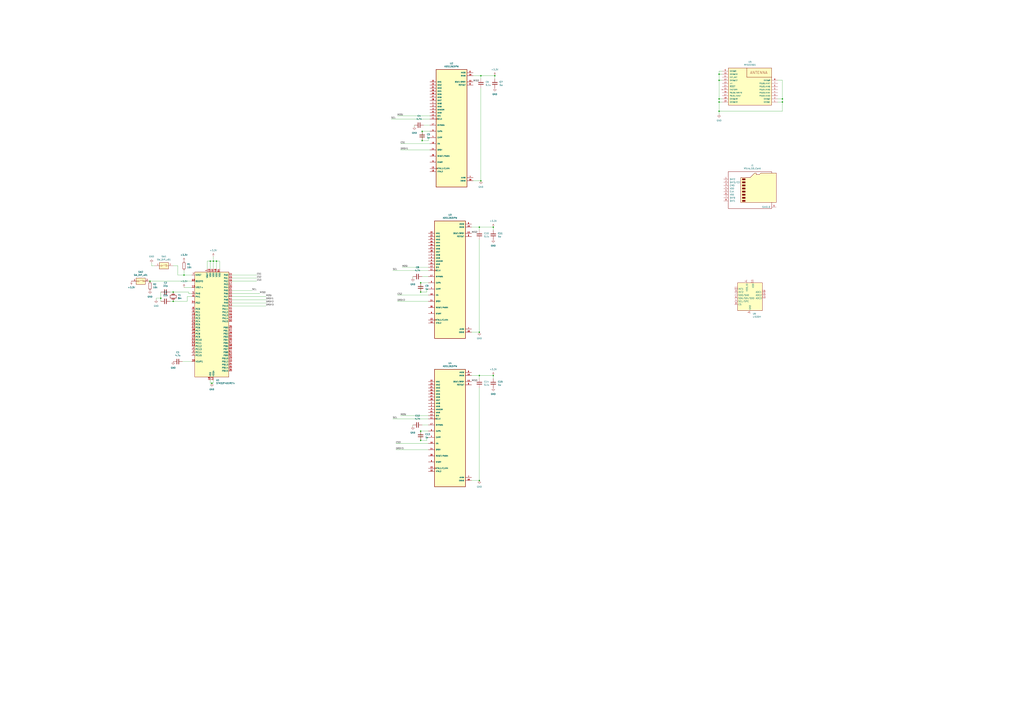
<source format=kicad_sch>
(kicad_sch (version 20231120) (generator "eeschema") (generator_version "8.0")
  (paper "A1")
  (lib_symbols
    (symbol "ADS1263IPW:ADS1263IPW" (pin_names (offset 1.016))
      (property "Reference" "U" (at -12.7 49.26 0))
      (property "Value" "ADS1263IPW" (at -12.7 -52.26 0))
      (symbol "ADS1263IPW_0_0"
        (rectangle (start -12.7 -48.26) (end 12.7 48.26) (stroke (width 0.41)) (fill (type background)))
        (pin input line (at -17.78 20.32 0) (length 5.08) (name "AIN8") (number "1"))
        (pin bidirectional line (at -17.78 -12.7 0) (length 5.08) (name "CS") (number "10"))
        (pin input clock (at -17.78 7.62 0) (length 5.08) (name "SCLK") (number "11"))
        (pin input line (at -17.78 10.16 0) (length 5.08) (name "DIN") (number "12"))
        (pin output line (at 17.78 38.1 180) (length 5.08) (name "DOUT/DRDY") (number "13"))
        (pin bidirectional line (at -17.78 -17.78 0) (length 5.08) (name "DRDY") (number "14"))
        (pin bidirectional clock (at -17.78 -33.02 0) (length 5.08) (name "XTAL1/CLKIN") (number "15"))
        (pin bidirectional line (at -17.78 -35.56 0) (length 5.08) (name "XTAL2") (number "16"))
        (pin bidirectional line (at -17.78 2.54 0) (length 5.08) (name "BYPASS") (number "17"))
        (pin power_in line (at 17.78 -43.18 180) (length 5.08) (name "DGND") (number "18"))
        (pin power_in line (at 17.78 43.18 180) (length 5.08) (name "DVDD") (number "19"))
        (pin input line (at -17.78 17.78 0) (length 5.08) (name "AIN9") (number "2"))
        (pin bidirectional line (at -17.78 -22.86 0) (length 5.08) (name "RESET/PWDN") (number "20"))
        (pin input line (at -17.78 12.7 0) (length 5.08) (name "AINO") (number "21"))
        (pin input line (at -17.78 38.1 0) (length 5.08) (name "AIN1") (number "22"))
        (pin input line (at -17.78 35.56 0) (length 5.08) (name "AIN2") (number "23"))
        (pin input line (at -17.78 33.02 0) (length 5.08) (name "AIN3") (number "24"))
        (pin input line (at -17.78 30.48 0) (length 5.08) (name "AIN4") (number "25"))
        (pin input line (at -17.78 27.94 0) (length 5.08) (name "AIN5") (number "26"))
        (pin input line (at -17.78 25.4 0) (length 5.08) (name "AIN6") (number "27"))
        (pin input line (at -17.78 22.86 0) (length 5.08) (name "AIN7") (number "28"))
        (pin input line (at -17.78 15.24 0) (length 5.08) (name "AINCOM") (number "3"))
        (pin bidirectional line (at -17.78 -7.62 0) (length 5.08) (name "CAPP") (number "4"))
        (pin bidirectional line (at -17.78 -2.54 0) (length 5.08) (name "CAPN") (number "5"))
        (pin power_in line (at 17.78 45.72 180) (length 5.08) (name "AVDD") (number "6"))
        (pin power_in line (at 17.78 -40.64 180) (length 5.08) (name "AVSS") (number "7"))
        (pin output line (at 17.78 35.56 180) (length 5.08) (name "REFOUT") (number "8"))
        (pin bidirectional line (at -17.78 -27.94 0) (length 5.08) (name "START") (number "9"))
      )
    )
    (symbol "Connector:Micro_SD_Card" (pin_names (offset 1.016))
      (property "Reference" "J" (at -16.51 15.24 0))
      (property "Value" "Micro_SD_Card" (at 16.51 15.24 0))
      (symbol "Micro_SD_Card_0_1"
        (rectangle (start -7.62 -9.525) (end -5.08 -10.795) (fill (type outline)))
        (rectangle (start -7.62 -6.985) (end -5.08 -8.255) (fill (type outline)))
        (rectangle (start -7.62 -4.445) (end -5.08 -5.715) (fill (type outline)))
        (rectangle (start -7.62 -1.905) (end -5.08 -3.175) (fill (type outline)))
        (rectangle (start -7.62 0.635) (end -5.08 -0.635) (fill (type outline)))
        (rectangle (start -7.62 3.175) (end -5.08 1.905) (fill (type outline)))
        (rectangle (start -7.62 5.715) (end -5.08 4.445) (fill (type outline)))
        (rectangle (start -7.62 8.255) (end -5.08 6.985) (fill (type outline)))
        (polyline (pts (xy 16.51 12.7) (xy 16.51 13.97) (xy -19.05 13.97) (xy -19.05 -16.51) (xy 16.51 -16.51) (xy 16.51 -11.43)) (stroke (width 0.254)))
        (polyline (pts (xy -8.89 -11.43) (xy -8.89 8.89) (xy -1.27 8.89) (xy 2.54 12.7) (xy 3.81 12.7) (xy 3.81 11.43) (xy 6.35 11.43) (xy 7.62 12.7) (xy 20.32 12.7) (xy 20.32 -11.43) (xy -8.89 -11.43)) (stroke (width 0.254)) (fill (type background)))
      )
      (symbol "Micro_SD_Card_1_1"
        (pin bidirectional line (at -22.86 7.62 0) (length 3.81) (name "DAT2") (number "1"))
        (pin bidirectional line (at -22.86 5.08 0) (length 3.81) (name "DAT3/CD") (number "2"))
        (pin input line (at -22.86 2.54 0) (length 3.81) (name "CMD") (number "3"))
        (pin power_in line (at -22.86 0 0) (length 3.81) (name "VDD") (number "4"))
        (pin input line (at -22.86 -2.54 0) (length 3.81) (name "CLK") (number "5"))
        (pin power_in line (at -22.86 -5.08 0) (length 3.81) (name "VSS") (number "6"))
        (pin bidirectional line (at -22.86 -7.62 0) (length 3.81) (name "DAT0") (number "7"))
        (pin bidirectional line (at -22.86 -10.16 0) (length 3.81) (name "DAT1") (number "8"))
        (pin passive line (at 20.32 -15.24 180) (length 3.81) (name "SHIELD") (number "9"))
      )
    )
    (symbol "Device:C" (pin_numbers hide) (pin_names (offset 0.254))
      (property "Reference" "C" (at 0.635 2.54 0))
      (property "Value" "C" (at 0.635 -2.54 0))
      (symbol "C_0_1"
        (polyline (pts (xy -2.032 -0.762) (xy 2.032 -0.762)) (stroke (width 0.508)))
        (polyline (pts (xy -2.032 0.762) (xy 2.032 0.762)) (stroke (width 0.508)))
      )
      (symbol "C_1_1"
        (pin passive line (at 0 3.81 270) (length 2.794) (name "~") (number "1"))
        (pin passive line (at 0 -3.81 90) (length 2.794) (name "~") (number "2"))
      )
    )
    (symbol "Device:Crystal" (pin_numbers hide) (pin_names (offset 1.016) hide)
      (property "Reference" "Y" (at 0 3.81 0))
      (property "Value" "Crystal" (at 0 -3.81 0))
      (symbol "Crystal_0_1"
        (rectangle (start -1.143 2.54) (end 1.143 -2.54) (stroke (width 0.3048)))
        (polyline (pts (xy -2.54 0) (xy -1.905 0)))
        (polyline (pts (xy -1.905 -1.27) (xy -1.905 1.27)) (stroke (width 0.508)))
        (polyline (pts (xy 1.905 -1.27) (xy 1.905 1.27)) (stroke (width 0.508)))
        (polyline (pts (xy 2.54 0) (xy 1.905 0)))
      )
      (symbol "Crystal_1_1"
        (pin passive line (at -3.81 0 0) (length 1.27) (name "1") (number "1"))
        (pin passive line (at 3.81 0 180) (length 1.27) (name "2") (number "2"))
      )
    )
    (symbol "Device:R" (pin_numbers hide) (pin_names (offset 0))
      (property "Reference" "R" (at 2.032 0 90))
      (property "Value" "R" (at 0 0 90))
      (symbol "R_0_1"
        (rectangle (start -1.016 -2.54) (end 1.016 2.54) (stroke (width 0.254)))
      )
      (symbol "R_1_1"
        (pin passive line (at 0 3.81 270) (length 1.27) (name "~") (number "1"))
        (pin passive line (at 0 -3.81 90) (length 1.27) (name "~") (number "2"))
      )
    )
    (symbol "MCU_ST_STM32F4:STM32F401RETx"
      (property "Reference" "U" (at -12.7 44.45 0))
      (property "Value" "STM32F401RETx" (at 10.16 44.45 0))
      (symbol "STM32F401RETx_0_1"
        (rectangle (start -12.7 -43.18) (end 15.24 43.18) (stroke (width 0.254)) (fill (type background)))
      )
      (symbol "STM32F401RETx_1_1"
        (pin power_in line (at -2.54 45.72 270) (length 2.54) (name "VBAT") (number "1"))
        (pin bidirectional line (at -15.24 7.62 0) (length 2.54) (name "PC2") (number "10"))
        (pin bidirectional line (at -15.24 5.08 0) (length 2.54) (name "PC3") (number "11"))
        (pin power_in line (at 2.54 -45.72 90) (length 2.54) (name "VSSA") (number "12"))
        (pin input line (at -15.24 30.48 0) (length 2.54) (name "VREF+") (number "13"))
        (pin bidirectional line (at 17.78 40.64 180) (length 2.54) (name "PA0") (number "14"))
        (pin bidirectional line (at 17.78 38.1 180) (length 2.54) (name "PA1") (number "15"))
        (pin bidirectional line (at 17.78 35.56 180) (length 2.54) (name "PA2") (number "16"))
        (pin bidirectional line (at 17.78 33.02 180) (length 2.54) (name "PA3") (number "17"))
        (pin power_in line (at 0 -45.72 90) (length 2.54) (name "VSS") (number "18"))
        (pin power_in line (at 0 45.72 270) (length 2.54) (name "VDD") (number "19"))
        (pin bidirectional line (at -15.24 -20.32 0) (length 2.54) (name "PC13") (number "2"))
        (pin bidirectional line (at 17.78 30.48 180) (length 2.54) (name "PA4") (number "20"))
        (pin bidirectional line (at 17.78 27.94 180) (length 2.54) (name "PA5") (number "21"))
        (pin bidirectional line (at 17.78 25.4 180) (length 2.54) (name "PA6") (number "22"))
        (pin bidirectional line (at 17.78 22.86 180) (length 2.54) (name "PA7") (number "23"))
        (pin bidirectional line (at -15.24 2.54 0) (length 2.54) (name "PC4") (number "24"))
        (pin bidirectional line (at -15.24 0 0) (length 2.54) (name "PC5") (number "25"))
        (pin bidirectional line (at 17.78 -2.54 180) (length 2.54) (name "PB0") (number "26"))
        (pin bidirectional line (at 17.78 -5.08 180) (length 2.54) (name "PB1") (number "27"))
        (pin bidirectional line (at 17.78 -7.62 180) (length 2.54) (name "PB2") (number "28"))
        (pin bidirectional line (at 17.78 -27.94 180) (length 2.54) (name "PB10") (number "29"))
        (pin bidirectional line (at -15.24 -22.86 0) (length 2.54) (name "PC14") (number "3"))
        (pin power_out line (at -15.24 -30.48 0) (length 2.54) (name "VCAP1") (number "30"))
        (pin passive line (at 0 -45.72 90) (length 2.54) hide (name "VSS") (number "31"))
        (pin power_in line (at 2.54 45.72 270) (length 2.54) (name "VDD") (number "32"))
        (pin bidirectional line (at 17.78 -30.48 180) (length 2.54) (name "PB12") (number "33"))
        (pin bidirectional line (at 17.78 -33.02 180) (length 2.54) (name "PB13") (number "34"))
        (pin bidirectional line (at 17.78 -35.56 180) (length 2.54) (name "PB14") (number "35"))
        (pin bidirectional line (at 17.78 -38.1 180) (length 2.54) (name "PB15") (number "36"))
        (pin bidirectional line (at -15.24 -2.54 0) (length 2.54) (name "PC6") (number "37"))
        (pin bidirectional line (at -15.24 -5.08 0) (length 2.54) (name "PC7") (number "38"))
        (pin bidirectional line (at -15.24 -7.62 0) (length 2.54) (name "PC8") (number "39"))
        (pin bidirectional line (at -15.24 -25.4 0) (length 2.54) (name "PC15") (number "4"))
        (pin bidirectional line (at -15.24 -10.16 0) (length 2.54) (name "PC9") (number "40"))
        (pin bidirectional line (at 17.78 20.32 180) (length 2.54) (name "PA8") (number "41"))
        (pin bidirectional line (at 17.78 17.78 180) (length 2.54) (name "PA9") (number "42"))
        (pin bidirectional line (at 17.78 15.24 180) (length 2.54) (name "PA10") (number "43"))
        (pin bidirectional line (at 17.78 12.7 180) (length 2.54) (name "PA11") (number "44"))
        (pin bidirectional line (at 17.78 10.16 180) (length 2.54) (name "PA12") (number "45"))
        (pin bidirectional line (at 17.78 7.62 180) (length 2.54) (name "PA13") (number "46"))
        (pin passive line (at 0 -45.72 90) (length 2.54) hide (name "VSS") (number "47"))
        (pin power_in line (at 5.08 45.72 270) (length 2.54) (name "VDD") (number "48"))
        (pin bidirectional line (at 17.78 5.08 180) (length 2.54) (name "PA14") (number "49"))
        (pin bidirectional line (at -15.24 25.4 0) (length 2.54) (name "PH0") (number "5"))
        (pin bidirectional line (at 17.78 2.54 180) (length 2.54) (name "PA15") (number "50"))
        (pin bidirectional line (at -15.24 -12.7 0) (length 2.54) (name "PC10") (number "51"))
        (pin bidirectional line (at -15.24 -15.24 0) (length 2.54) (name "PC11") (number "52"))
        (pin bidirectional line (at -15.24 -17.78 0) (length 2.54) (name "PC12") (number "53"))
        (pin bidirectional line (at -15.24 17.78 0) (length 2.54) (name "PD2") (number "54"))
        (pin bidirectional line (at 17.78 -10.16 180) (length 2.54) (name "PB3") (number "55"))
        (pin bidirectional line (at 17.78 -12.7 180) (length 2.54) (name "PB4") (number "56"))
        (pin bidirectional line (at 17.78 -15.24 180) (length 2.54) (name "PB5") (number "57"))
        (pin bidirectional line (at 17.78 -17.78 180) (length 2.54) (name "PB6") (number "58"))
        (pin bidirectional line (at 17.78 -20.32 180) (length 2.54) (name "PB7") (number "59"))
        (pin bidirectional line (at -15.24 22.86 0) (length 2.54) (name "PH1") (number "6"))
        (pin input line (at -15.24 35.56 0) (length 2.54) (name "BOOT0") (number "60"))
        (pin bidirectional line (at 17.78 -22.86 180) (length 2.54) (name "PB8") (number "61"))
        (pin bidirectional line (at 17.78 -25.4 180) (length 2.54) (name "PB9") (number "62"))
        (pin passive line (at 0 -45.72 90) (length 2.54) hide (name "VSS") (number "63"))
        (pin power_in line (at 7.62 45.72 270) (length 2.54) (name "VDD") (number "64"))
        (pin input line (at -15.24 40.64 0) (length 2.54) (name "NRST") (number "7"))
        (pin bidirectional line (at -15.24 12.7 0) (length 2.54) (name "PC0") (number "8"))
        (pin bidirectional line (at -15.24 10.16 0) (length 2.54) (name "PC1") (number "9"))
      )
    )
    (symbol "RFD22301:RFD22301" (pin_names (offset 1.016))
      (property "Reference" "U" (at -17.7836 19.0539 0))
      (property "Value" "RFD22301" (at 10.1776 19.083 0))
      (symbol "RFD22301_0_0"
        (rectangle (start -17.78 -12.7) (end 17.78 17.78) (stroke (width 0.254)) (fill (type background)))
        (polyline (pts (xy -2.54 10.16) (xy 17.78 10.16)) (stroke (width 0.254)))
        (polyline (pts (xy -2.54 17.78) (xy -2.54 10.16)) (stroke (width 0.254)))
        (text "ANTENNA" (at 0 12.7199 0) (effects (font (size 2.1878 2.1878)) (justify left bottom)))
        (pin power_in line (at 22.86 -10.16 180) (length 5.08) (name "GND@1") (number "1"))
        (pin power_in line (at -22.86 12.7 0) (length 5.08) (name "GND@10") (number "10"))
        (pin passive line (at -22.86 10.16 0) (length 5.08) (name "EXT_ANT") (number "11"))
        (pin power_in line (at -22.86 7.62 0) (length 5.08) (name "GND@12") (number "12"))
        (pin power_in line (at -22.86 5.08 0) (length 5.08) (name "+V") (number "13"))
        (pin input line (at -22.86 2.54 0) (length 5.08) (name "~{RESET}") (number "14"))
        (pin no_connect line (at -22.86 0 0) (length 5.08) (name "FACTORY") (number "15"))
        (pin bidirectional line (at -22.86 -2.54 0) (length 5.08) (name "P0.00/AREF0") (number "16"))
        (pin bidirectional line (at -22.86 -5.08 0) (length 5.08) (name "P0.01/AIN2") (number "17"))
        (pin power_in line (at -22.86 -7.62 0) (length 5.08) (name "GND@18") (number "18"))
        (pin power_in line (at -22.86 -10.16 0) (length 5.08) (name "GND@19") (number "19"))
        (pin power_in line (at 22.86 -7.62 180) (length 5.08) (name "GND@2") (number "2"))
        (pin bidirectional line (at 22.86 -5.08 180) (length 5.08) (name "P0.02/AIN3") (number "3"))
        (pin bidirectional line (at 22.86 -2.54 180) (length 5.08) (name "P0.03/AIN4") (number "4"))
        (pin bidirectional line (at 22.86 0 180) (length 5.08) (name "P0.04/AIN5") (number "5"))
        (pin bidirectional line (at 22.86 2.54 180) (length 5.08) (name "P0.05/AIN6") (number "6"))
        (pin bidirectional line (at 22.86 5.08 180) (length 5.08) (name "P0.06/AIN7") (number "7"))
        (pin power_in line (at 22.86 7.62 180) (length 5.08) (name "GND@8") (number "8"))
        (pin power_in line (at -22.86 15.24 0) (length 5.08) (name "GND@9") (number "9"))
      )
    )
    (symbol "Sensor_Motion:LIS3DH"
      (property "Reference" "U" (at -7.62 11.43 0))
      (property "Value" "LIS3DH" (at 6.35 11.43 0))
      (symbol "LIS3DH_0_1"
        (rectangle (start -10.16 10.16) (end 10.16 -12.7) (stroke (width 0.254)) (fill (type background)))
      )
      (symbol "LIS3DH_1_1"
        (pin power_in line (at -2.54 12.7 270) (length 2.54) (name "VDD_IO") (number "1"))
        (pin passive line (at 0 -15.24 90) (length 2.54) hide (name "GND") (number "10"))
        (pin output line (at -12.7 5.08 0) (length 2.54) (name "INT1") (number "11"))
        (pin passive line (at 0 -15.24 90) (length 2.54) hide (name "GND") (number "12"))
        (pin input line (at 12.7 -2.54 180) (length 2.54) (name "ADC3") (number "13"))
        (pin power_in line (at 2.54 12.7 270) (length 2.54) (name "VDD") (number "14"))
        (pin input line (at 12.7 0 180) (length 2.54) (name "ADC2") (number "15"))
        (pin input line (at 12.7 2.54 180) (length 2.54) (name "ADC1") (number "16"))
        (pin no_connect line (at 10.16 5.08 180) (length 2.54) hide (name "NC") (number "2"))
        (pin no_connect line (at 10.16 7.62 180) (length 2.54) hide (name "NC") (number "3"))
        (pin input line (at -12.7 -5.08 0) (length 2.54) (name "SCL/SPC") (number "4"))
        (pin power_in line (at 0 -15.24 90) (length 2.54) (name "GND") (number "5"))
        (pin bidirectional line (at -12.7 -2.54 0) (length 2.54) (name "SDA/SDI/SDO") (number "6"))
        (pin bidirectional line (at -12.7 0 0) (length 2.54) (name "SDO/SA0") (number "7"))
        (pin input line (at -12.7 -7.62 0) (length 2.54) (name "CS") (number "8"))
        (pin output line (at -12.7 2.54 0) (length 2.54) (name "INT2") (number "9"))
      )
    )
    (symbol "Switch:SW_DIP_x01" (pin_names (offset 0) hide)
      (property "Reference" "SW" (at 0 3.81 0))
      (property "Value" "SW_DIP_x01" (at 0 -3.81 0))
      (symbol "SW_DIP_x01_0_0"
        (circle (center -2.032 0) (radius 0.508))
        (polyline (pts (xy -1.524 0.127) (xy 2.3622 1.1684)))
        (circle (center 2.032 0) (radius 0.508))
      )
      (symbol "SW_DIP_x01_0_1"
        (rectangle (start -3.81 2.54) (end 3.81 -2.54) (stroke (width 0.254)) (fill (type background)))
      )
      (symbol "SW_DIP_x01_1_1"
        (pin passive line (at -7.62 0 0) (length 5.08) (name "~") (number "1"))
        (pin passive line (at 7.62 0 180) (length 5.08) (name "~") (number "2"))
      )
    )
    (symbol "power:+3.3V" (power) (pin_numbers hide) (pin_names (offset 0) hide)
      (property "Value" "+3.3V" (at 0 3.556 0))
      (symbol "+3.3V_0_1"
        (polyline (pts (xy -0.762 1.27) (xy 0 2.54)))
        (polyline (pts (xy 0 0) (xy 0 2.54)))
        (polyline (pts (xy 0 2.54) (xy 0.762 1.27)))
      )
      (symbol "+3.3V_1_1"
        (pin power_in line (at 0 0 90) (length 0) (name "~") (number "1"))
      )
    )
    (symbol "power:GND" (power) (pin_numbers hide) (pin_names (offset 0) hide)
      (property "Value" "GND" (at 0 -3.81 0))
      (symbol "GND_0_1"
        (polyline (pts (xy 0 0) (xy 0 -1.27) (xy 1.27 -1.27) (xy 0 -2.54) (xy -1.27 -1.27) (xy 0 -1.27)))
      )
      (symbol "GND_1_1"
        (pin power_in line (at 0 0 270) (length 0) (name "~") (number "1"))
      )
    )
  )
  (junction (at 151.13 226.06))
  (junction (at 345.44 354.33))
  (junction (at 142.24 247.65))
  (junction (at 590.55 91.44))
  (junction (at 173.99 314.96))
  (junction (at 393.7 186.69))
  (junction (at 393.7 308.61))
  (junction (at 123.19 231.14))
  (junction (at 642.62 83.82))
  (junction (at 345.44 232.41))
  (junction (at 590.55 66.04))
  (junction (at 590.55 83.82))
  (junction (at 642.62 81.28))
  (junction (at 590.55 60.96))
  (junction (at 394.97 148.59))
  (junction (at 405.13 308.61))
  (junction (at 142.24 240.03))
  (junction (at 406.4 62.23))
  (junction (at 393.7 394.97))
  (junction (at 393.7 273.05))
  (junction (at 175.26 214.63))
  (junction (at 132.08 245.11))
  (junction (at 177.8 214.63))
  (junction (at 346.71 115.57))
  (junction (at 405.13 186.69))
  (junction (at 590.55 81.28))
  (junction (at 345.44 240.03))
  (junction (at 172.72 214.63))
  (junction (at 346.71 107.95))
  (junction (at 345.44 361.95))
  (junction (at 394.97 62.23))
  (wire (pts (xy 345.44 354.33) (xy 351.79 354.33)))
  (wire (pts (xy 346.71 107.95) (xy 346.71 115.57)))
  (wire (pts (xy 394.97 148.59) (xy 388.62 148.59)))
  (wire (pts (xy 132.08 245.11) (xy 132.08 247.65)))
  (wire (pts (xy 190.5 231.14) (xy 210.82 231.14)))
  (wire (pts (xy 394.97 72.39) (xy 394.97 148.59)))
  (wire (pts (xy 638.81 81.28) (xy 642.62 81.28)))
  (wire (pts (xy 172.72 214.63) (xy 175.26 214.63)))
  (wire (pts (xy 351.79 113.03) (xy 353.06 113.03)))
  (wire (pts (xy 394.97 62.23) (xy 406.4 62.23)))
  (wire (pts (xy 590.55 66.04) (xy 593.09 66.04)))
  (wire (pts (xy 590.55 81.28) (xy 590.55 83.82)))
  (wire (pts (xy 190.5 226.06) (xy 210.82 226.06)))
  (wire (pts (xy 393.7 273.05) (xy 387.35 273.05)))
  (wire (pts (xy 172.72 314.96) (xy 173.99 314.96)))
  (wire (pts (xy 172.72 214.63) (xy 172.72 220.98)))
  (wire (pts (xy 590.55 91.44) (xy 642.62 91.44)))
  (wire (pts (xy 127 218.44) (xy 124.46 218.44)))
  (wire (pts (xy 590.55 66.04) (xy 590.55 81.28)))
  (wire (pts (xy 339.09 349.25) (xy 339.09 350.52)))
  (wire (pts (xy 173.99 314.96) (xy 175.26 314.96)))
  (wire (pts (xy 393.7 196.85) (xy 393.7 273.05)))
  (wire (pts (xy 151.13 236.22) (xy 157.48 236.22)))
  (wire (pts (xy 124.46 215.9) (xy 124.46 218.44)))
  (wire (pts (xy 190.5 238.76) (xy 207.01 238.76)))
  (wire (pts (xy 132.08 240.03) (xy 132.08 245.11)))
  (wire (pts (xy 175.26 214.63) (xy 177.8 214.63)))
  (wire (pts (xy 177.8 214.63) (xy 177.8 220.98)))
  (wire (pts (xy 321.31 97.79) (xy 353.06 97.79)))
  (wire (pts (xy 638.81 83.82) (xy 642.62 83.82)))
  (wire (pts (xy 153.67 247.65) (xy 153.67 243.84)))
  (wire (pts (xy 350.52 359.41) (xy 351.79 359.41)))
  (wire (pts (xy 330.2 219.71) (xy 351.79 219.71)))
  (wire (pts (xy 175.26 210.82) (xy 175.26 214.63)))
  (wire (pts (xy 142.24 240.03) (xy 154.94 240.03)))
  (wire (pts (xy 393.7 186.69) (xy 393.7 189.23)))
  (wire (pts (xy 154.94 240.03) (xy 154.94 241.3)))
  (wire (pts (xy 172.72 312.42) (xy 172.72 314.96)))
  (wire (pts (xy 345.44 232.41) (xy 345.44 240.03)))
  (wire (pts (xy 326.39 95.25) (xy 353.06 95.25)))
  (wire (pts (xy 590.55 91.44) (xy 590.55 93.98)))
  (wire (pts (xy 590.55 58.42) (xy 590.55 60.96)))
  (wire (pts (xy 346.71 107.95) (xy 353.06 107.95)))
  (wire (pts (xy 170.18 220.98) (xy 170.18 214.63)))
  (wire (pts (xy 157.48 226.06) (xy 151.13 226.06)))
  (wire (pts (xy 325.12 364.49) (xy 351.79 364.49)))
  (wire (pts (xy 345.44 240.03) (xy 350.52 240.03)))
  (wire (pts (xy 170.18 214.63) (xy 172.72 214.63)))
  (wire (pts (xy 128.27 245.11) (xy 128.27 246.38)))
  (wire (pts (xy 393.7 394.97) (xy 387.35 394.97)))
  (wire (pts (xy 642.62 83.82) (xy 642.62 91.44)))
  (wire (pts (xy 351.79 115.57) (xy 351.79 113.03)))
  (wire (pts (xy 326.39 247.65) (xy 351.79 247.65)))
  (wire (pts (xy 393.7 318.77) (xy 393.7 394.97)))
  (wire (pts (xy 345.44 354.33) (xy 345.44 361.95)))
  (wire (pts (xy 190.5 246.38) (xy 218.44 246.38)))
  (wire (pts (xy 180.34 214.63) (xy 180.34 220.98)))
  (wire (pts (xy 190.5 243.84) (xy 218.44 243.84)))
  (wire (pts (xy 146.05 226.06) (xy 151.13 226.06)))
  (wire (pts (xy 590.55 60.96) (xy 590.55 66.04)))
  (wire (pts (xy 123.19 231.14) (xy 157.48 231.14)))
  (wire (pts (xy 642.62 81.28) (xy 642.62 83.82)))
  (wire (pts (xy 387.35 308.61) (xy 393.7 308.61)))
  (wire (pts (xy 328.93 341.63) (xy 351.79 341.63)))
  (wire (pts (xy 153.67 243.84) (xy 157.48 243.84)))
  (wire (pts (xy 340.36 102.87) (xy 340.36 104.14)))
  (wire (pts (xy 190.5 241.3) (xy 213.36 241.3)))
  (wire (pts (xy 142.24 218.44) (xy 146.05 218.44)))
  (wire (pts (xy 405.13 311.15) (xy 405.13 308.61)))
  (wire (pts (xy 590.55 83.82) (xy 593.09 83.82)))
  (wire (pts (xy 345.44 361.95) (xy 350.52 361.95)))
  (wire (pts (xy 406.4 64.77) (xy 406.4 62.23)))
  (wire (pts (xy 139.7 247.65) (xy 142.24 247.65)))
  (wire (pts (xy 350.52 361.95) (xy 350.52 359.41)))
  (wire (pts (xy 139.7 240.03) (xy 142.24 240.03)))
  (wire (pts (xy 146.05 218.44) (xy 146.05 226.06)))
  (wire (pts (xy 388.62 62.23) (xy 394.97 62.23)))
  (wire (pts (xy 590.55 58.42) (xy 593.09 58.42)))
  (wire (pts (xy 142.24 247.65) (xy 153.67 247.65)))
  (wire (pts (xy 345.44 232.41) (xy 351.79 232.41)))
  (wire (pts (xy 339.09 227.33) (xy 339.09 228.6)))
  (wire (pts (xy 638.81 66.04) (xy 642.62 66.04)))
  (wire (pts (xy 154.94 241.3) (xy 157.48 241.3)))
  (wire (pts (xy 190.5 228.6) (xy 210.82 228.6)))
  (wire (pts (xy 393.7 308.61) (xy 393.7 311.15)))
  (wire (pts (xy 322.58 344.17) (xy 351.79 344.17)))
  (wire (pts (xy 175.26 214.63) (xy 175.26 220.98)))
  (wire (pts (xy 346.71 115.57) (xy 351.79 115.57)))
  (wire (pts (xy 325.12 369.57) (xy 351.79 369.57)))
  (wire (pts (xy 177.8 214.63) (xy 180.34 214.63)))
  (wire (pts (xy 387.35 186.69) (xy 393.7 186.69)))
  (wire (pts (xy 149.86 297.18) (xy 157.48 297.18)))
  (wire (pts (xy 322.58 222.25) (xy 351.79 222.25)))
  (wire (pts (xy 393.7 186.69) (xy 405.13 186.69)))
  (wire (pts (xy 151.13 222.25) (xy 151.13 226.06)))
  (wire (pts (xy 347.98 102.87) (xy 353.06 102.87)))
  (wire (pts (xy 175.26 312.42) (xy 175.26 314.96)))
  (wire (pts (xy 328.93 118.11) (xy 353.06 118.11)))
  (wire (pts (xy 346.71 349.25) (xy 351.79 349.25)))
  (wire (pts (xy 326.39 242.57) (xy 351.79 242.57)))
  (wire (pts (xy 350.52 237.49) (xy 351.79 237.49)))
  (wire (pts (xy 190.5 251.46) (xy 218.44 251.46)))
  (wire (pts (xy 190.5 248.92) (xy 218.44 248.92)))
  (wire (pts (xy 590.55 60.96) (xy 593.09 60.96)))
  (wire (pts (xy 393.7 308.61) (xy 405.13 308.61)))
  (wire (pts (xy 405.13 189.23) (xy 405.13 186.69)))
  (wire (pts (xy 642.62 66.04) (xy 642.62 81.28)))
  (wire (pts (xy 394.97 62.23) (xy 394.97 64.77)))
  (wire (pts (xy 590.55 81.28) (xy 593.09 81.28)))
  (wire (pts (xy 328.93 123.19) (xy 353.06 123.19)))
  (wire (pts (xy 346.71 227.33) (xy 351.79 227.33)))
  (wire (pts (xy 350.52 240.03) (xy 350.52 237.49)))
  (wire (pts (xy 132.08 245.11) (xy 128.27 245.11)))
  (wire (pts (xy 590.55 83.82) (xy 590.55 91.44)))
  (label "DRDY1" (at 218.44 246.38 0))
  (label "SCL" (at 321.31 97.79 0))
  (label "MOSI" (at 330.2 219.71 0))
  (label "MOSI" (at 218.44 243.84 0))
  (label "CS3" (at 325.12 364.49 0))
  (label "DRDY2" (at 218.44 248.92 0))
  (label "CS3" (at 210.82 231.14 0))
  (label "CS1" (at 328.93 118.11 0))
  (label "SCL" (at 322.58 344.17 0))
  (label "CS2" (at 326.39 242.57 0))
  (label "MISO" (at 387.35 191.77 0))
  (label "SCL" (at 207.01 238.76 0))
  (label "MISO" (at 213.36 241.3 0))
  (label "MOSI" (at 328.93 341.63 0))
  (label "MOSI" (at 326.39 95.25 0))
  (label "CS1" (at 210.82 226.06 0))
  (label "DRDY1" (at 328.93 123.19 0))
  (label "SCL" (at 322.58 222.25 0))
  (label "MISO" (at 388.62 67.31 0))
  (label "DRDY3" (at 325.12 369.57 0))
  (label "CS2" (at 210.82 228.6 0))
  (label "DRDY2" (at 326.39 247.65 0))
  (label "MISO" (at 387.35 313.69 0))
  (label "DRDY3" (at 218.44 251.46 0))
  (symbol (lib_id "Switch:SW_DIP_x01") (at 115.57 231.14 0) (unit 1)
    (property "Reference" "SW2" (at 115.57 223.52 0))
    (property "Value" "SW_DIP_x01" (at 115.57 226.06 0))
    (property "Description" "1x DIP Switch, Single Pole Single Throw (SPST) switch, small symbol" (effects (hide yes)))
  )
  (symbol (lib_id "Device:C") (at 135.89 240.03 90) (unit 1)
    (property "Reference" "C2" (at 135.89 232.41 90))
    (property "Value" "22p" (at 135.89 234.95 90))
    (property "Description" "Unpolarized capacitor" (effects (hide yes)))
  )
  (symbol (lib_id "ADS1263IPW:ADS1263IPW") (at 369.57 229.87 0) (unit 1)
    (property "Reference" "U3" (at 369.57 176.53 0))
    (property "Value" "ADS1263IPW" (at 369.57 179.07 0))
    (property "Footprint" "ADS1263IPW:SOP65P640X120-28N" (effects (hide yes)))
    (property "MF" "Texas Instruments" (effects (hide yes)))
    (property "Description_1" "\n32-bit 38-kSPS 10-ch delta-sigma ADC with PGA, VREF and auxiliary ADC for factory automation\n" (effects (hide yes)))
    (property "Package" "TSSOP-28 Texas Instruments" (effects (hide yes)))
    (property "Price" "None" (effects (hide yes)))
    (property "SnapEDA_Link" "https://www.snapeda.com/parts/ADS1263IPW/Texas+Instruments/view-part/?ref=snap" (effects (hide yes)))
    (property "MP" "ADS1263IPW" (effects (hide yes)))
    (property "Purchase-URL" "https://www.snapeda.com/api/url_track_click_mouser/?unipart_id=513740&manufacturer=Texas Instruments&part_name=ADS1263IPW&search_term=None" (effects (hide yes)))
    (property "Availability" "In Stock" (effects (hide yes)))
    (property "Check_prices" "https://www.snapeda.com/parts/ADS1263IPW/Texas+Instruments/view-part/?ref=eda" (effects (hide yes)))
  )
  (symbol (lib_id "Device:C") (at 394.97 68.58 0) (unit 1)
    (property "Reference" "C6" (at 398.78 67.3099 0) (effects (justify left)))
    (property "Value" "0.1u" (at 398.78 69.8499 0) (effects (justify left)))
    (property "Description" "Unpolarized capacitor" (effects (hide yes)))
  )
  (symbol (lib_id "Device:C") (at 405.13 193.04 0) (unit 1)
    (property "Reference" "C11" (at 408.94 191.7699 0) (effects (justify left)))
    (property "Value" "1u" (at 408.94 194.3099 0) (effects (justify left)))
    (property "Description" "Unpolarized capacitor" (effects (hide yes)))
  )
  (symbol (lib_id "power:GND") (at 124.46 215.9 180) (unit 1)
    (property "Reference" "#PWR02" (effects (hide yes)))
    (property "Value" "GND" (at 124.46 210.82 0))
    (property "Description" "Power symbol creates a global label with name \"GND\" , ground" (effects (hide yes)))
  )
  (symbol (lib_id "Device:C") (at 393.7 314.96 0) (unit 1)
    (property "Reference" "C14" (at 397.51 313.6899 0) (effects (justify left)))
    (property "Value" "0.1u" (at 397.51 316.2299 0) (effects (justify left)))
    (property "Description" "Unpolarized capacitor" (effects (hide yes)))
  )
  (symbol (lib_id "power:+3.3V") (at 406.4 62.23 0) (unit 1)
    (property "Reference" "#PWR013" (effects (hide yes)))
    (property "Value" "+3.3V" (at 406.4 57.15 0))
    (property "Description" "Power symbol creates a global label with name \"+3.3V\"" (effects (hide yes)))
  )
  (symbol (lib_id "Device:C") (at 346.71 111.76 0) (unit 1)
    (property "Reference" "C5" (at 350.52 110.4899 0) (effects (justify left)))
    (property "Value" "1u" (at 350.52 113.0299 0) (effects (justify left)))
    (property "Description" "Unpolarized capacitor" (effects (hide yes)))
  )
  (symbol (lib_id "power:GND") (at 128.27 246.38 0) (unit 1)
    (property "Reference" "#PWR07" (effects (hide yes)))
    (property "Value" "GND" (at 128.27 251.46 0))
    (property "Description" "Power symbol creates a global label with name \"GND\" , ground" (effects (hide yes)))
  )
  (symbol (lib_id "Device:C") (at 342.9 227.33 90) (unit 1)
    (property "Reference" "C8" (at 342.9 219.71 90))
    (property "Value" "4.7n" (at 342.9 222.25 90))
    (property "Description" "Unpolarized capacitor" (effects (hide yes)))
  )
  (symbol (lib_id "power:GND") (at 393.7 273.05 0) (unit 1)
    (property "Reference" "#PWR015" (effects (hide yes)))
    (property "Value" "GND" (at 393.7 278.13 0))
    (property "Description" "Power symbol creates a global label with name \"GND\" , ground" (effects (hide yes)))
  )
  (symbol (lib_id "Device:C") (at 146.05 297.18 90) (unit 1)
    (property "Reference" "C1" (at 146.05 289.56 90))
    (property "Value" "4.7u" (at 146.05 292.1 90))
    (property "Description" "Unpolarized capacitor" (effects (hide yes)))
  )
  (symbol (lib_id "power:GND") (at 340.36 104.14 0) (unit 1)
    (property "Reference" "#PWR010" (effects (hide yes)))
    (property "Value" "GND" (at 340.36 109.22 0))
    (property "Description" "Power symbol creates a global label with name \"GND\" , ground" (effects (hide yes)))
  )
  (symbol (lib_id "power:GND") (at 339.09 350.52 0) (unit 1)
    (property "Reference" "#PWR018" (effects (hide yes)))
    (property "Value" "GND" (at 339.09 355.6 0))
    (property "Description" "Power symbol creates a global label with name \"GND\" , ground" (effects (hide yes)))
  )
  (symbol (lib_id "power:GND") (at 142.24 297.18 0) (unit 1)
    (property "Reference" "#PWR05" (effects (hide yes)))
    (property "Value" "GND" (at 142.24 302.26 0))
    (property "Description" "Power symbol creates a global label with name \"GND\" , ground" (effects (hide yes)))
  )
  (symbol (lib_id "power:+3.3V") (at 151.13 236.22 0) (unit 1)
    (property "Reference" "#PWR06" (effects (hide yes)))
    (property "Value" "+3.3V" (at 151.13 231.14 0))
    (property "Description" "Power symbol creates a global label with name \"+3.3V\"" (effects (hide yes)))
  )
  (symbol (lib_id "Device:C") (at 406.4 68.58 0) (unit 1)
    (property "Reference" "C7" (at 410.21 67.3099 0) (effects (justify left)))
    (property "Value" "1u" (at 410.21 69.8499 0) (effects (justify left)))
    (property "Description" "Unpolarized capacitor" (effects (hide yes)))
  )
  (symbol (lib_id "power:GND") (at 393.7 394.97 0) (unit 1)
    (property "Reference" "#PWR019" (effects (hide yes)))
    (property "Value" "GND" (at 393.7 400.05 0))
    (property "Description" "Power symbol creates a global label with name \"GND\" , ground" (effects (hide yes)))
  )
  (symbol (lib_id "Device:C") (at 135.89 247.65 90) (unit 1)
    (property "Reference" "C3" (at 135.89 240.03 90))
    (property "Value" "22p" (at 135.89 242.57 90))
    (property "Description" "Unpolarized capacitor" (effects (hide yes)))
  )
  (symbol (lib_id "Device:C") (at 393.7 193.04 0) (unit 1)
    (property "Reference" "C10" (at 397.51 191.7699 0) (effects (justify left)))
    (property "Value" "0.1u" (at 397.51 194.3099 0) (effects (justify left)))
    (property "Description" "Unpolarized capacitor" (effects (hide yes)))
  )
  (symbol (lib_id "power:GND") (at 405.13 318.77 0) (unit 1)
    (property "Reference" "#PWR021" (effects (hide yes)))
    (property "Value" "GND" (at 405.13 323.85 0))
    (property "Description" "Power symbol creates a global label with name \"GND\" , ground" (effects (hide yes)))
  )
  (symbol (lib_id "Device:R") (at 123.19 234.95 0) (unit 1)
    (property "Reference" "R2" (at 125.73 233.6799 0) (effects (justify left)))
    (property "Value" "10k" (at 125.73 236.2199 0) (effects (justify left)))
    (property "Description" "Resistor" (effects (hide yes)))
  )
  (symbol (lib_id "Device:Crystal") (at 142.24 243.84 90) (unit 1)
    (property "Reference" "Y1" (at 146.05 242.5699 90) (effects (justify right)))
    (property "Value" "8m" (at 146.05 245.1099 90) (effects (justify right)))
    (property "Description" "Two pin crystal" (effects (hide yes)))
  )
  (symbol (lib_id "power:+3.3V") (at 405.13 308.61 0) (unit 1)
    (property "Reference" "#PWR020" (effects (hide yes)))
    (property "Value" "+3.3V" (at 405.13 303.53 0))
    (property "Description" "Power symbol creates a global label with name \"+3.3V\"" (effects (hide yes)))
  )
  (symbol (lib_id "power:GND") (at 173.99 314.96 0) (unit 1)
    (property "Reference" "#PWR08" (effects (hide yes)))
    (property "Value" "GND" (at 173.99 320.04 0))
    (property "Description" "Power symbol creates a global label with name \"GND\" , ground" (effects (hide yes)))
  )
  (symbol (lib_id "power:GND") (at 590.55 93.98 0) (unit 1)
    (property "Reference" "#PWR022" (effects (hide yes)))
    (property "Value" "GND" (at 590.55 99.06 0))
    (property "Description" "Power symbol creates a global label with name \"GND\" , ground" (effects (hide yes)))
  )
  (symbol (lib_id "Device:C") (at 344.17 102.87 90) (unit 1)
    (property "Reference" "C4" (at 344.17 95.25 90))
    (property "Value" "4.7n" (at 344.17 97.79 90))
    (property "Description" "Unpolarized capacitor" (effects (hide yes)))
  )
  (symbol (lib_id "power:GND") (at 406.4 72.39 0) (unit 1)
    (property "Reference" "#PWR012" (effects (hide yes)))
    (property "Value" "GND" (at 406.4 77.47 0))
    (property "Description" "Power symbol creates a global label with name \"GND\" , ground" (effects (hide yes)))
  )
  (symbol (lib_id "Connector:Micro_SD_Card") (at 617.22 154.94 0) (unit 1)
    (property "Reference" "J1" (at 617.855 135.89 0))
    (property "Value" "Micro_SD_Card" (at 617.855 138.43 0))
    (property "Datasheet" "http://katalog.we-online.de/em/datasheet/693072010801.pdf" (effects (hide yes)))
    (property "Description" "Micro SD Card Socket" (effects (hide yes)))
  )
  (symbol (lib_id "Device:R") (at 151.13 218.44 0) (unit 1)
    (property "Reference" "R1" (at 153.67 217.1699 0) (effects (justify left)))
    (property "Value" "10k" (at 153.67 219.7099 0) (effects (justify left)))
    (property "Description" "Resistor" (effects (hide yes)))
  )
  (symbol (lib_id "Device:C") (at 345.44 358.14 0) (unit 1)
    (property "Reference" "C13" (at 349.25 356.8699 0) (effects (justify left)))
    (property "Value" "1u" (at 349.25 359.4099 0) (effects (justify left)))
    (property "Description" "Unpolarized capacitor" (effects (hide yes)))
  )
  (symbol (lib_id "Switch:SW_DIP_x01") (at 134.62 218.44 0) (unit 1)
    (property "Reference" "SW1" (at 134.62 210.82 0))
    (property "Value" "SW_DIP_x01" (at 134.62 213.36 0))
    (property "Description" "1x DIP Switch, Single Pole Single Throw (SPST) switch, small symbol" (effects (hide yes)))
  )
  (symbol (lib_id "power:+3.3V") (at 405.13 186.69 0) (unit 1)
    (property "Reference" "#PWR016" (effects (hide yes)))
    (property "Value" "+3.3V" (at 405.13 181.61 0))
    (property "Description" "Power symbol creates a global label with name \"+3.3V\"" (effects (hide yes)))
  )
  (symbol (lib_id "power:GND") (at 405.13 196.85 0) (unit 1)
    (property "Reference" "#PWR017" (effects (hide yes)))
    (property "Value" "GND" (at 405.13 201.93 0))
    (property "Description" "Power symbol creates a global label with name \"GND\" , ground" (effects (hide yes)))
  )
  (symbol (lib_id "power:GND") (at 123.19 238.76 0) (unit 1)
    (property "Reference" "#PWR04" (effects (hide yes)))
    (property "Value" "GND" (at 123.19 243.84 0))
    (property "Description" "Power symbol creates a global label with name \"GND\" , ground" (effects (hide yes)))
  )
  (symbol (lib_id "power:+3.3V") (at 175.26 210.82 0) (unit 1)
    (property "Reference" "#PWR09" (effects (hide yes)))
    (property "Value" "+3.3V" (at 175.26 205.74 0))
    (property "Description" "Power symbol creates a global label with name \"+3.3V\"" (effects (hide yes)))
  )
  (symbol (lib_id "Sensor_Motion:LIS3DH") (at 615.95 242.57 0) (unit 1)
    (property "Reference" "U6" (at 618.1441 257.81 0) (effects (justify left)))
    (property "Value" "LIS3DH" (at 618.1441 260.35 0) (effects (justify left)))
    (property "Footprint" "Package_LGA:LGA-16_3x3mm_P0.5mm_LayoutBorder3x5y" (effects (hide yes)))
    (property "Datasheet" "https://www.st.com/resource/en/datasheet/cd00274221.pdf" (effects (hide yes)))
    (property "Description" "3-Axis Accelerometer, 2/4/8/16g range, I2C/SPI interface, LGA-16" (effects (hide yes)))
  )
  (symbol (lib_id "ADS1263IPW:ADS1263IPW") (at 369.57 351.79 0) (unit 1)
    (property "Reference" "U4" (at 369.57 298.45 0))
    (property "Value" "ADS1263IPW" (at 369.57 300.99 0))
    (property "Footprint" "ADS1263IPW:SOP65P640X120-28N" (effects (hide yes)))
    (property "MF" "Texas Instruments" (effects (hide yes)))
    (property "Description_1" "\n32-bit 38-kSPS 10-ch delta-sigma ADC with PGA, VREF and auxiliary ADC for factory automation\n" (effects (hide yes)))
    (property "Package" "TSSOP-28 Texas Instruments" (effects (hide yes)))
    (property "Price" "None" (effects (hide yes)))
    (property "SnapEDA_Link" "https://www.snapeda.com/parts/ADS1263IPW/Texas+Instruments/view-part/?ref=snap" (effects (hide yes)))
    (property "MP" "ADS1263IPW" (effects (hide yes)))
    (property "Purchase-URL" "https://www.snapeda.com/api/url_track_click_mouser/?unipart_id=513740&manufacturer=Texas Instruments&part_name=ADS1263IPW&search_term=None" (effects (hide yes)))
    (property "Availability" "In Stock" (effects (hide yes)))
    (property "Check_prices" "https://www.snapeda.com/parts/ADS1263IPW/Texas+Instruments/view-part/?ref=eda" (effects (hide yes)))
  )
  (symbol (lib_id "power:+3.3V") (at 107.95 231.14 180) (unit 1)
    (property "Reference" "#PWR03" (effects (hide yes)))
    (property "Value" "+3.3V" (at 107.95 236.22 0))
    (property "Description" "Power symbol creates a global label with name \"+3.3V\"" (effects (hide yes)))
  )
  (symbol (lib_id "power:GND") (at 394.97 148.59 0) (unit 1)
    (property "Reference" "#PWR011" (effects (hide yes)))
    (property "Value" "GND" (at 394.97 153.67 0))
    (property "Description" "Power symbol creates a global label with name \"GND\" , ground" (effects (hide yes)))
  )
  (symbol (lib_id "Device:C") (at 345.44 236.22 0) (unit 1)
    (property "Reference" "C9" (at 349.25 234.9499 0) (effects (justify left)))
    (property "Value" "1u" (at 349.25 237.4899 0) (effects (justify left)))
    (property "Description" "Unpolarized capacitor" (effects (hide yes)))
  )
  (symbol (lib_id "power:+3.3V") (at 151.13 214.63 0) (unit 1)
    (property "Reference" "#PWR01" (effects (hide yes)))
    (property "Value" "+3.3V" (at 151.13 209.55 0))
    (property "Description" "Power symbol creates a global label with name \"+3.3V\"" (effects (hide yes)))
  )
  (symbol (lib_id "power:GND") (at 339.09 228.6 0) (unit 1)
    (property "Reference" "#PWR014" (effects (hide yes)))
    (property "Value" "GND" (at 339.09 233.68 0))
    (property "Description" "Power symbol creates a global label with name \"GND\" , ground" (effects (hide yes)))
  )
  (symbol (lib_id "Device:C") (at 405.13 314.96 0) (unit 1)
    (property "Reference" "C15" (at 408.94 313.6899 0) (effects (justify left)))
    (property "Value" "1u" (at 408.94 316.2299 0) (effects (justify left)))
    (property "Description" "Unpolarized capacitor" (effects (hide yes)))
  )
  (symbol (lib_id "MCU_ST_STM32F4:STM32F401RETx") (at 172.72 266.7 0) (unit 1)
    (property "Reference" "U1" (at 177.4541 312.42 0) (effects (justify left)))
    (property "Value" "STM32F401RETx" (at 177.4541 314.96 0) (effects (justify left)))
    (property "Footprint" "Package_QFP:LQFP-64_10x10mm_P0.5mm" (effects (hide yes)))
    (property "Datasheet" "https://www.st.com/resource/en/datasheet/stm32f401re.pdf" (effects (hide yes)))
    (property "Description" "STMicroelectronics Arm Cortex-M4 MCU, 512KB flash, 96KB RAM, 84 MHz, 1.7-3.6V, 50 GPIO, LQFP64" (effects (hide yes)))
  )
  (symbol (lib_id "Device:C") (at 342.9 349.25 90) (unit 1)
    (property "Reference" "C12" (at 342.9 341.63 90))
    (property "Value" "4.7n" (at 342.9 344.17 90))
    (property "Description" "Unpolarized capacitor" (effects (hide yes)))
  )
  (symbol (lib_id "ADS1263IPW:ADS1263IPW") (at 370.84 105.41 0) (unit 1)
    (property "Reference" "U2" (at 370.84 52.07 0))
    (property "Value" "ADS1263IPW" (at 370.84 54.61 0))
    (property "Footprint" "ADS1263IPW:SOP65P640X120-28N" (effects (hide yes)))
    (property "MF" "Texas Instruments" (effects (hide yes)))
    (property "Description_1" "\n32-bit 38-kSPS 10-ch delta-sigma ADC with PGA, VREF and auxiliary ADC for factory automation\n" (effects (hide yes)))
    (property "Package" "TSSOP-28 Texas Instruments" (effects (hide yes)))
    (property "Price" "None" (effects (hide yes)))
    (property "SnapEDA_Link" "https://www.snapeda.com/parts/ADS1263IPW/Texas+Instruments/view-part/?ref=snap" (effects (hide yes)))
    (property "MP" "ADS1263IPW" (effects (hide yes)))
    (property "Purchase-URL" "https://www.snapeda.com/api/url_track_click_mouser/?unipart_id=513740&manufacturer=Texas Instruments&part_name=ADS1263IPW&search_term=None" (effects (hide yes)))
    (property "Availability" "In Stock" (effects (hide yes)))
    (property "Check_prices" "https://www.snapeda.com/parts/ADS1263IPW/Texas+Instruments/view-part/?ref=eda" (effects (hide yes)))
  )
  (symbol (lib_id "RFD22301:RFD22301") (at 615.95 73.66 0) (unit 1)
    (property "Reference" "U5" (at 615.95 50.8 0))
    (property "Value" "RFD22301" (at 615.95 53.34 0))
    (property "Footprint" "RFD22301:RFD22301" (effects (hide yes)))
    (property "MF" "RF Digital" (effects (hide yes)))
    (property "Description_1" "\nBluetooth v4.2 Transceiver Module 2.4GHz Integrated, Chip Surface Mount\n" (effects (hide yes)))
    (property "Package" "SMD-19 RF Digital" (effects (hide yes)))
    (property "Price" "None" (effects (hide yes)))
    (property "SnapEDA_Link" "https://www.snapeda.com/parts/RFD22301/RF+Digital+Corporation/view-part/?ref=snap" (effects (hide yes)))
    (property "MP" "RFD22301" (effects (hide yes)))
    (property "Availability" "In Stock" (effects (hide yes)))
    (property "Check_prices" "https://www.snapeda.com/parts/RFD22301/RF+Digital+Corporation/view-part/?ref=eda" (effects (hide yes)))
  )
)
</source>
